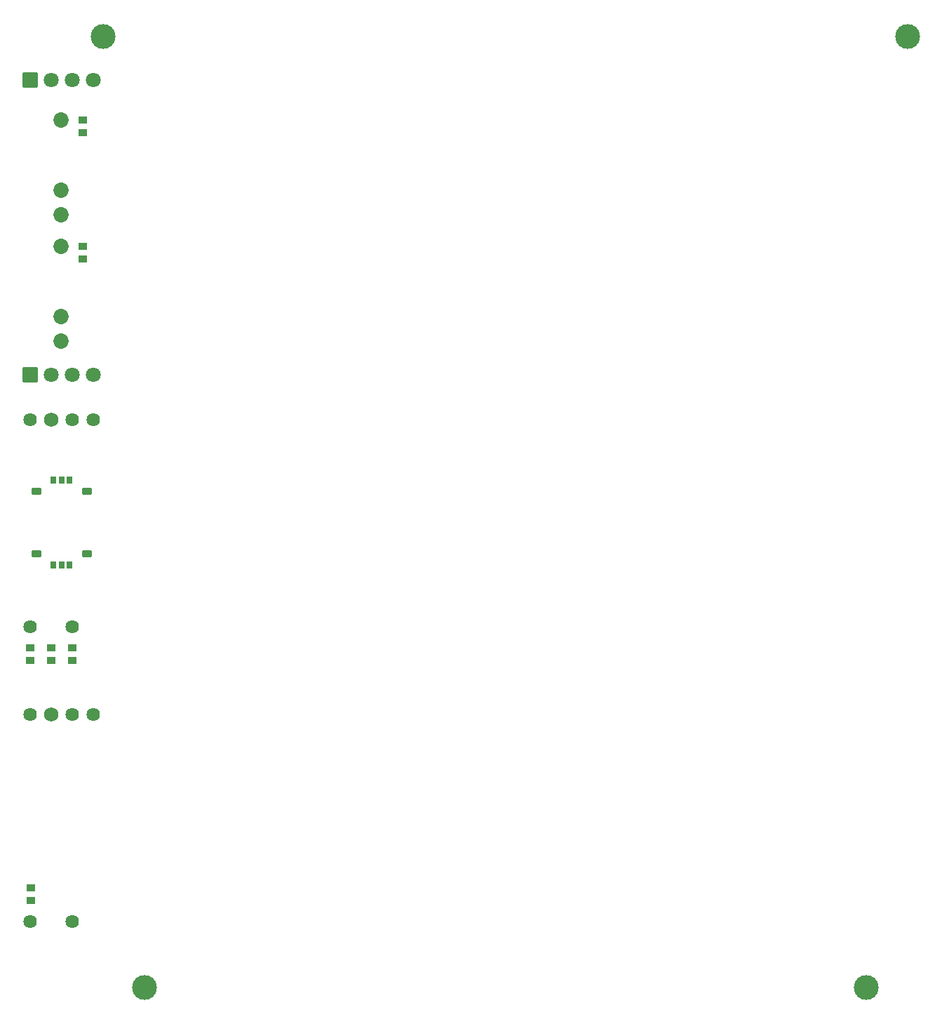
<source format=gbs>
G04 Layer: BottomSolderMaskLayer*
G04 EasyEDA v6.5.22, 2023-04-24 22:23:56*
G04 8fb2b6a2d3ec4a02888dd8b65789e586,5a6b42c53f6a479593ecc07194224c93,10*
G04 Gerber Generator version 0.2*
G04 Scale: 100 percent, Rotated: No, Reflected: No *
G04 Dimensions in millimeters *
G04 leading zeros omitted , absolute positions ,4 integer and 5 decimal *
%FSLAX45Y45*%
%MOMM*%

%AMMACRO1*1,1,$1,$2,$3*1,1,$1,$4,$5*1,1,$1,0-$2,0-$3*1,1,$1,0-$4,0-$5*20,1,$1,$2,$3,$4,$5,0*20,1,$1,$4,$5,0-$2,0-$3,0*20,1,$1,0-$2,0-$3,0-$4,0-$5,0*20,1,$1,0-$4,0-$5,$2,$3,0*4,1,4,$2,$3,$4,$5,0-$2,0-$3,0-$4,0-$5,$2,$3,0*%
%ADD10MACRO1,0.1016X0.432X0.4032X-0.432X0.4032*%
%ADD11MACRO1,0.1016X0.432X-0.4032X-0.432X-0.4032*%
%ADD12MACRO1,0.1016X-0.85X-0.85X0.85X-0.85*%
%ADD13C,1.8016*%
%ADD14MACRO1,0.1016X0.3X0.4X-0.3X0.4*%
%ADD15MACRO1,0.1016X0.5X-0.35X0.5X0.35*%
%ADD16MACRO1,0.1016X-0.3X-0.4X0.3X-0.4*%
%ADD17MACRO1,0.1016X-0.5X0.35X-0.5X-0.35*%
%ADD18C,1.8532*%
%ADD19C,1.6256*%
%ADD20C,1.7272*%
%ADD21C,3.0000*%

%LPD*%
D10*
G01*
X749300Y9652875D03*
D11*
G01*
X749300Y9803524D03*
D10*
G01*
X749300Y11176875D03*
D11*
G01*
X749300Y11327524D03*
D10*
G01*
X368300Y4814175D03*
D11*
G01*
X368300Y4964824D03*
D10*
G01*
X622299Y4814175D03*
D11*
G01*
X622299Y4964824D03*
D10*
G01*
X114300Y4814175D03*
D11*
G01*
X114300Y4964824D03*
D10*
G01*
X127000Y1918575D03*
D11*
G01*
X127000Y2069224D03*
D12*
G01*
X114300Y8255000D03*
D13*
G01*
X368300Y8255000D03*
G01*
X622300Y8255000D03*
G01*
X876300Y8255000D03*
D12*
G01*
X114300Y11811000D03*
D13*
G01*
X368300Y11811000D03*
G01*
X622300Y11811000D03*
G01*
X876300Y11811000D03*
D14*
G01*
X595299Y6990740D03*
G01*
X495300Y6990740D03*
G01*
X395300Y6990740D03*
D15*
G01*
X190299Y6852240D03*
G01*
X800298Y6852239D03*
D16*
G01*
X395300Y5963259D03*
G01*
X495300Y5963259D03*
G01*
X595299Y5963259D03*
D17*
G01*
X800300Y6101759D03*
G01*
X190301Y6101760D03*
D18*
G01*
X493511Y11333873D03*
G01*
X493511Y10483888D03*
G01*
X493511Y10183863D03*
G01*
X493511Y9809878D03*
G01*
X493511Y8959893D03*
G01*
X493511Y8659868D03*
D19*
G01*
X114300Y4163695D03*
D20*
G01*
X368300Y4163695D03*
D19*
G01*
X622300Y4163695D03*
G01*
X876300Y4163695D03*
G01*
X622300Y1663700D03*
G01*
X114300Y1663700D03*
G01*
X114300Y5216194D03*
G01*
X622300Y5216194D03*
G01*
X876300Y7716189D03*
G01*
X622300Y7716189D03*
D20*
G01*
X368300Y7716189D03*
D19*
G01*
X114300Y7716189D03*
D21*
G01*
X999997Y12337999D03*
G01*
X10705998Y12337999D03*
G01*
X1499997Y870000D03*
G01*
X10205999Y870000D03*
M02*

</source>
